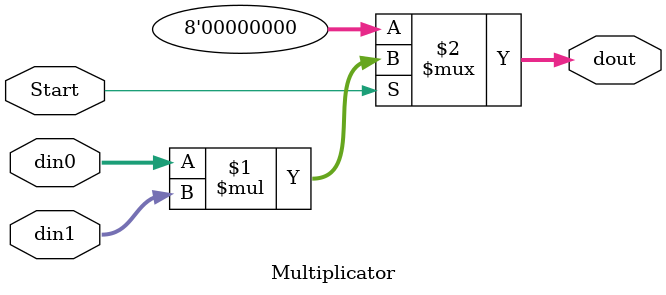
<source format=v>
`timescale 1ns / 1ps

module Multiplicator(Start, din0, din1, dout);

    input Start;
    input [3:0] din0;
    input [3:0] din1;
    output [7:0] dout;
    
    

    // 코드 작성
    assign dout = (Start) ? din0 * din1 : 8'b0;

endmodule
</source>
